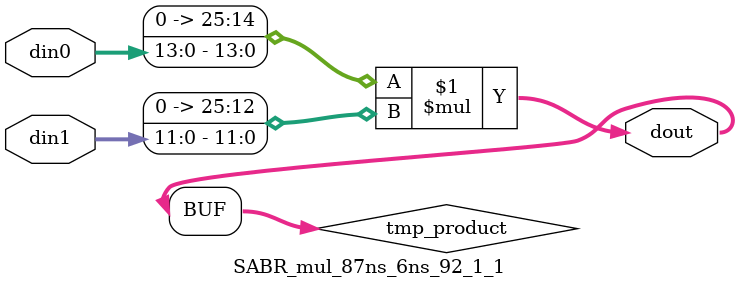
<source format=v>

`timescale 1 ns / 1 ps

 module SABR_mul_87ns_6ns_92_1_1(din0, din1, dout);
parameter ID = 1;
parameter NUM_STAGE = 0;
parameter din0_WIDTH = 14;
parameter din1_WIDTH = 12;
parameter dout_WIDTH = 26;

input [din0_WIDTH - 1 : 0] din0; 
input [din1_WIDTH - 1 : 0] din1; 
output [dout_WIDTH - 1 : 0] dout;

wire signed [dout_WIDTH - 1 : 0] tmp_product;
























assign tmp_product = $signed({1'b0, din0}) * $signed({1'b0, din1});











assign dout = tmp_product;





















endmodule

</source>
